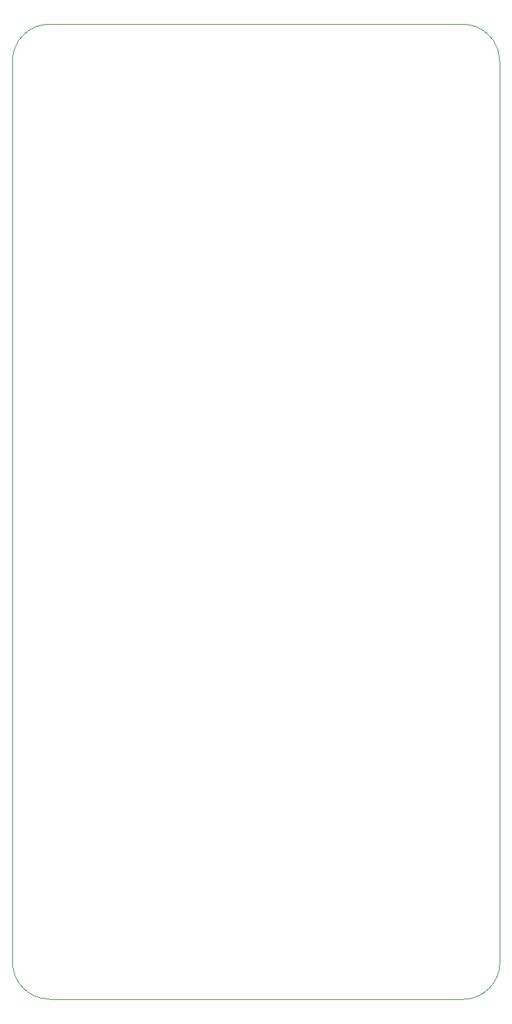
<source format=gm1>
%TF.GenerationSoftware,KiCad,Pcbnew,8.0.3*%
%TF.CreationDate,2025-07-22T23:59:42+01:00*%
%TF.ProjectId,Athena,41746865-6e61-42e6-9b69-6361645f7063,rev?*%
%TF.SameCoordinates,Original*%
%TF.FileFunction,Profile,NP*%
%FSLAX46Y46*%
G04 Gerber Fmt 4.6, Leading zero omitted, Abs format (unit mm)*
G04 Created by KiCad (PCBNEW 8.0.3) date 2025-07-22 23:59:42*
%MOMM*%
%LPD*%
G01*
G04 APERTURE LIST*
%TA.AperFunction,Profile*%
%ADD10C,0.050000*%
%TD*%
G04 APERTURE END LIST*
D10*
X151003000Y-164591999D02*
X100025200Y-164541199D01*
X100025200Y-164541199D02*
G75*
G02*
X95458831Y-159969911I-25200J4541199D01*
G01*
X95450008Y-48972990D02*
G75*
G02*
X99974400Y-44450000I4549992J-27010D01*
G01*
X155591954Y-160020647D02*
G75*
G02*
X151003000Y-164591999I-4591954J20647D01*
G01*
X155549947Y-49021880D02*
X155591954Y-160020647D01*
X99974400Y-44450000D02*
X151003000Y-44450001D01*
X151003000Y-44450001D02*
G75*
G02*
X155549947Y-49021880I-3000J-4549999D01*
G01*
X95458831Y-159969911D02*
X95450008Y-48972990D01*
M02*

</source>
